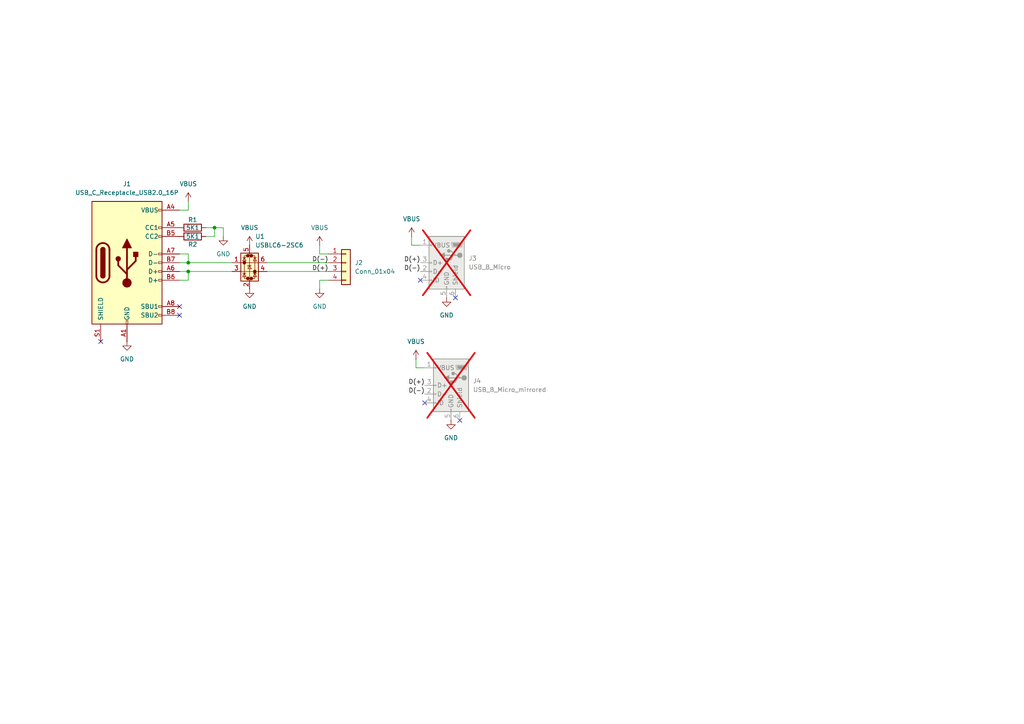
<source format=kicad_sch>
(kicad_sch (version 20250114) (generator "eeschema") (generator_version "9.0")
  (paper "A4")
  (lib_symbols
    (symbol "Connector:USB_B_Micro" (pin_names (offset 1.016))
      (property "Reference" "J" (at -5.08 11.43 0))
      (property "Value" "USB_B_Micro" (at -5.08 8.89 0))
      (symbol "USB_B_Micro_0_1"
        (rectangle (start -5.08 -7.62) (end 5.08 7.62) (stroke (width 0.254)) (fill (type background)))
        (polyline (pts (xy -4.699 5.842) (xy -4.699 5.588) (xy -4.445 4.826) (xy -4.445 4.572) (xy -1.651 4.572) (xy -1.651 4.826) (xy -1.397 5.588) (xy -1.397 5.842) (xy -4.699 5.842)))
        (polyline (pts (xy -4.318 5.588) (xy -1.778 5.588) (xy -2.032 4.826) (xy -4.064 4.826) (xy -4.318 5.588)) (fill (type outline)))
        (circle (center -3.81 2.159) (radius 0.635) (stroke (width 0.254)) (fill (type outline)))
        (polyline (pts (xy -3.175 2.159) (xy -2.54 2.159) (xy -1.27 3.429) (xy -0.635 3.429)) (stroke (width 0.254)))
        (polyline (pts (xy -2.54 2.159) (xy -1.905 2.159) (xy -1.27 0.889) (xy 0 0.889)) (stroke (width 0.254)))
        (polyline (pts (xy -1.905 2.159) (xy 0.635 2.159)) (stroke (width 0.254)))
        (circle (center -0.635 3.429) (radius 0.381) (stroke (width 0.254)) (fill (type outline)))
        (rectangle (start -0.127 -7.62) (end 0.127 -6.858))
        (rectangle (start 0.254 1.27) (end -0.508 0.508) (stroke (width 0.254)) (fill (type outline)))
        (polyline (pts (xy 0.635 2.794) (xy 0.635 1.524) (xy 1.905 2.159) (xy 0.635 2.794)) (stroke (width 0.254)) (fill (type outline)))
        (rectangle (start 5.08 4.953) (end 4.318 5.207))
        (rectangle (start 5.08 -0.127) (end 4.318 0.127))
        (rectangle (start 5.08 -2.667) (end 4.318 -2.413))
        (rectangle (start 5.08 -5.207) (end 4.318 -4.953))
      )
      (symbol "USB_B_Micro_1_1"
        (pin passive line (at -2.54 -10.16 90) (length 2.54) (name "Shield") (number "6"))
        (pin power_out line (at 0 -10.16 90) (length 2.54) (name "GND") (number "5"))
        (pin power_out line (at 7.62 5.08 180) (length 2.54) (name "VBUS") (number "1"))
        (pin bidirectional line (at 7.62 0 180) (length 2.54) (name "D+") (number "3"))
        (pin bidirectional line (at 7.62 -2.54 180) (length 2.54) (name "D-") (number "2"))
        (pin passive line (at 7.62 -5.08 180) (length 2.54) (name "ID") (number "4"))
      )
    )
    (symbol "Connector:USB_C_Receptacle_USB2.0_16P" (pin_names (offset 1.016))
      (property "Reference" "J" (at 0 22.225 0))
      (property "Value" "USB_C_Receptacle_USB2.0_16P" (at 0 19.685 0))
      (symbol "USB_C_Receptacle_USB2.0_16P_0_0"
        (rectangle (start -0.254 -17.78) (end 0.254 -16.764))
        (rectangle (start 10.16 15.494) (end 9.144 14.986))
        (rectangle (start 10.16 10.414) (end 9.144 9.906))
        (rectangle (start 10.16 7.874) (end 9.144 7.366))
        (rectangle (start 10.16 2.794) (end 9.144 2.286))
        (rectangle (start 10.16 0.254) (end 9.144 -0.254))
        (rectangle (start 10.16 -2.286) (end 9.144 -2.794))
        (rectangle (start 10.16 -4.826) (end 9.144 -5.334))
        (rectangle (start 10.16 -12.446) (end 9.144 -12.954))
        (rectangle (start 10.16 -14.986) (end 9.144 -15.494))
      )
      (symbol "USB_C_Receptacle_USB2.0_16P_0_1"
        (rectangle (start -10.16 17.78) (end 10.16 -17.78) (stroke (width 0.254)) (fill (type background)))
        (polyline (pts (xy -8.89 -3.81) (xy -8.89 3.81)) (stroke (width 0.508)))
        (rectangle (start -7.62 -3.81) (end -6.35 3.81) (stroke (width 0.254)) (fill (type outline)))
        (arc (start -7.62 3.81) (mid -6.985 4.4423) (end -6.35 3.81) (stroke (width 0.254)))
        (arc (start -7.62 3.81) (mid -6.985 4.4423) (end -6.35 3.81) (stroke (width 0.254)) (fill (type outline)))
        (arc (start -8.89 3.81) (mid -6.985 5.7067) (end -5.08 3.81) (stroke (width 0.508)))
        (arc (start -5.08 -3.81) (mid -6.985 -5.7067) (end -8.89 -3.81) (stroke (width 0.508)))
        (arc (start -6.35 -3.81) (mid -6.985 -4.4423) (end -7.62 -3.81) (stroke (width 0.254)))
        (arc (start -6.35 -3.81) (mid -6.985 -4.4423) (end -7.62 -3.81) (stroke (width 0.254)) (fill (type outline)))
        (polyline (pts (xy -5.08 3.81) (xy -5.08 -3.81)) (stroke (width 0.508)))
        (circle (center -2.54 1.143) (radius 0.635) (stroke (width 0.254)) (fill (type outline)))
        (polyline (pts (xy -1.27 4.318) (xy 0 6.858) (xy 1.27 4.318) (xy -1.27 4.318)) (stroke (width 0.254)) (fill (type outline)))
        (polyline (pts (xy 0 -2.032) (xy 2.54 0.508) (xy 2.54 1.778)) (stroke (width 0.508)))
        (polyline (pts (xy 0 -3.302) (xy -2.54 -0.762) (xy -2.54 0.508)) (stroke (width 0.508)))
        (polyline (pts (xy 0 -5.842) (xy 0 4.318)) (stroke (width 0.508)))
        (circle (center 0 -5.842) (radius 1.27) (fill (type outline)))
        (rectangle (start 1.905 1.778) (end 3.175 3.048) (stroke (width 0.254)) (fill (type outline)))
      )
      (symbol "USB_C_Receptacle_USB2.0_16P_1_1"
        (pin passive line (at -7.62 -22.86 90) (length 5.08) (name "SHIELD") (number "S1"))
        (pin passive line (at 0 -22.86 90) (length 5.08) (name "GND") (number "A1"))
        (pin passive line (at 0 -22.86 90) (length 5.08) (hide yes) (name "GND") (number "A12"))
        (pin passive line (at 0 -22.86 90) (length 5.08) (hide yes) (name "GND") (number "B1"))
        (pin passive line (at 0 -22.86 90) (length 5.08) (hide yes) (name "GND") (number "B12"))
        (pin passive line (at 15.24 15.24 180) (length 5.08) (name "VBUS") (number "A4"))
        (pin passive line (at 15.24 15.24 180) (length 5.08) (hide yes) (name "VBUS") (number "A9"))
        (pin passive line (at 15.24 15.24 180) (length 5.08) (hide yes) (name "VBUS") (number "B4"))
        (pin passive line (at 15.24 15.24 180) (length 5.08) (hide yes) (name "VBUS") (number "B9"))
        (pin bidirectional line (at 15.24 10.16 180) (length 5.08) (name "CC1") (number "A5"))
        (pin bidirectional line (at 15.24 7.62 180) (length 5.08) (name "CC2") (number "B5"))
        (pin bidirectional line (at 15.24 2.54 180) (length 5.08) (name "D-") (number "A7"))
        (pin bidirectional line (at 15.24 0 180) (length 5.08) (name "D-") (number "B7"))
        (pin bidirectional line (at 15.24 -2.54 180) (length 5.08) (name "D+") (number "A6"))
        (pin bidirectional line (at 15.24 -5.08 180) (length 5.08) (name "D+") (number "B6"))
        (pin bidirectional line (at 15.24 -12.7 180) (length 5.08) (name "SBU1") (number "A8"))
        (pin bidirectional line (at 15.24 -15.24 180) (length 5.08) (name "SBU2") (number "B8"))
      )
    )
    (symbol "Connector_Generic:Conn_01x04" (pin_names (offset 1.016) (hide yes))
      (property "Reference" "J" (at 0 5.08 0))
      (property "Value" "Conn_01x04" (at 0 -7.62 0))
      (symbol "Conn_01x04_1_1"
        (rectangle (start -1.27 3.81) (end 1.27 -6.35) (stroke (width 0.254)) (fill (type background)))
        (rectangle (start -1.27 2.667) (end 0 2.413) (stroke (width 0.1524)))
        (rectangle (start -1.27 0.127) (end 0 -0.127) (stroke (width 0.1524)))
        (rectangle (start -1.27 -2.413) (end 0 -2.667) (stroke (width 0.1524)))
        (rectangle (start -1.27 -4.953) (end 0 -5.207) (stroke (width 0.1524)))
        (pin passive line (at -5.08 2.54 0) (length 3.81) (name "Pin_1") (number "1"))
        (pin passive line (at -5.08 0 0) (length 3.81) (name "Pin_2") (number "2"))
        (pin passive line (at -5.08 -2.54 0) (length 3.81) (name "Pin_3") (number "3"))
        (pin passive line (at -5.08 -5.08 0) (length 3.81) (name "Pin_4") (number "4"))
      )
    )
    (symbol "Device:R" (pin_numbers (hide yes)) (pin_names (offset 0))
      (property "Reference" "R" (at 2.032 0 90))
      (property "Value" "R" (at 0 0 90))
      (symbol "R_0_1"
        (rectangle (start -1.016 -2.54) (end 1.016 2.54) (stroke (width 0.254)))
      )
      (symbol "R_1_1"
        (pin passive line (at 0 3.81 270) (length 1.27) (name "~") (number "1"))
        (pin passive line (at 0 -3.81 90) (length 1.27) (name "~") (number "2"))
      )
    )
    (symbol "Power_Protection:USBLC6-2SC6" (pin_names (hide yes))
      (property "Reference" "U" (at 0.635 5.715 0))
      (property "Value" "USBLC6-2SC6" (at 0.635 3.81 0))
      (symbol "USBLC6-2SC6_0_0"
        (circle (center -1.524 0) (radius 0.0001) (stroke (width 0.508)))
        (circle (center -0.508 2.032) (radius 0.0001) (stroke (width 0.508)))
        (circle (center -0.508 -4.572) (radius 0.0001) (stroke (width 0.508)))
        (circle (center 0.508 2.032) (radius 0.0001) (stroke (width 0.508)))
        (circle (center 0.508 -4.572) (radius 0.0001) (stroke (width 0.508)))
        (circle (center 1.524 -2.54) (radius 0.0001) (stroke (width 0.508)))
      )
      (symbol "USBLC6-2SC6_0_1"
        (polyline (pts (xy -2.54 0) (xy 2.54 0)))
        (polyline (pts (xy -2.54 -2.54) (xy 2.54 -2.54)))
        (polyline (pts (xy -2.032 0.508) (xy -1.016 0.508) (xy -1.524 1.524) (xy -2.032 0.508)))
        (polyline (pts (xy -2.032 -3.048) (xy -1.016 -3.048)))
        (polyline (pts (xy -1.016 1.524) (xy -2.032 1.524)))
        (polyline (pts (xy -1.016 -4.064) (xy -2.032 -4.064) (xy -1.524 -3.048) (xy -1.016 -4.064)))
        (polyline (pts (xy -0.508 -1.143) (xy -0.508 -0.762) (xy 0.508 -0.762)))
        (polyline (pts (xy 0 2.54) (xy -0.508 2.032) (xy 0.508 2.032) (xy 0 1.524) (xy 0 -4.064) (xy -0.508 -4.572) (xy 0.508 -4.572) (xy 0 -5.08)))
        (polyline (pts (xy 0.508 -1.778) (xy -0.508 -1.778) (xy 0 -0.762) (xy 0.508 -1.778)))
        (polyline (pts (xy 1.016 1.524) (xy 2.032 1.524)))
        (polyline (pts (xy 1.016 -3.048) (xy 2.032 -3.048)))
        (polyline (pts (xy 2.032 0.508) (xy 1.016 0.508) (xy 1.524 1.524) (xy 2.032 0.508)))
        (polyline (pts (xy 2.032 -4.064) (xy 1.016 -4.064) (xy 1.524 -3.048) (xy 2.032 -4.064)))
      )
      (symbol "USBLC6-2SC6_1_1"
        (rectangle (start -2.54 2.794) (end 2.54 -5.334) (stroke (width 0.254)) (fill (type background)))
        (polyline (pts (xy -0.508 2.032) (xy -1.524 2.032) (xy -1.524 -4.572) (xy -0.508 -4.572)))
        (polyline (pts (xy 0.508 -4.572) (xy 1.524 -4.572) (xy 1.524 2.032) (xy 0.508 2.032)))
        (pin passive line (at -5.08 0 0) (length 2.54) (name "I/O1") (number "1"))
        (pin passive line (at -5.08 -2.54 0) (length 2.54) (name "I/O2") (number "3"))
        (pin passive line (at 0 5.08 270) (length 2.54) (name "VBUS") (number "5"))
        (pin passive line (at 0 -7.62 90) (length 2.54) (name "GND") (number "2"))
        (pin passive line (at 5.08 0 180) (length 2.54) (name "I/O1") (number "6"))
        (pin passive line (at 5.08 -2.54 180) (length 2.54) (name "I/O2") (number "4"))
      )
    )
    (symbol "power:GND" (power) (pin_numbers (hide yes)) (pin_names (offset 0) (hide yes))
      (property "Value" "GND" (at 0 -3.81 0))
      (symbol "GND_0_1"
        (polyline (pts (xy 0 0) (xy 0 -1.27) (xy 1.27 -1.27) (xy 0 -2.54) (xy -1.27 -1.27) (xy 0 -1.27)))
      )
      (symbol "GND_1_1"
        (pin power_in line (at 0 0 270) (length 0) (name "~") (number "1"))
      )
    )
    (symbol "power:VBUS" (power) (pin_numbers (hide yes)) (pin_names (offset 0) (hide yes))
      (property "Value" "VBUS" (at 0 3.556 0))
      (symbol "VBUS_0_1"
        (polyline (pts (xy -0.762 1.27) (xy 0 2.54)))
        (polyline (pts (xy 0 2.54) (xy 0.762 1.27)))
        (polyline (pts (xy 0 0) (xy 0 2.54)))
      )
      (symbol "VBUS_1_1"
        (pin power_in line (at 0 0 90) (length 0) (name "~") (number "1"))
      )
    )
  )
  (junction (at 54.61 76.2))
  (junction (at 54.61 78.74))
  (junction (at 62.23 66.04))
  (no_connect (at 29.21 99.06))
  (no_connect (at 121.92 81.28))
  (no_connect (at 52.07 91.44))
  (no_connect (at 123.19 116.84))
  (no_connect (at 133.35 121.92))
  (no_connect (at 52.07 88.9))
  (no_connect (at 132.08 86.36))
  (wire (pts (xy 92.71 73.66) (xy 92.71 71.12)))
  (wire (pts (xy 54.61 78.74) (xy 67.31 78.74)))
  (wire (pts (xy 95.25 81.28) (xy 92.71 81.28)))
  (wire (pts (xy 120.65 106.68) (xy 120.65 104.14)))
  (wire (pts (xy 52.07 60.96) (xy 54.61 60.96)))
  (wire (pts (xy 54.61 76.2) (xy 67.31 76.2)))
  (wire (pts (xy 64.77 66.04) (xy 62.23 66.04)))
  (wire (pts (xy 123.19 106.68) (xy 120.65 106.68)))
  (wire (pts (xy 119.38 71.12) (xy 119.38 68.58)))
  (wire (pts (xy 52.07 76.2) (xy 54.61 76.2)))
  (wire (pts (xy 62.23 66.04) (xy 62.23 68.58)))
  (wire (pts (xy 64.77 68.58) (xy 64.77 66.04)))
  (wire (pts (xy 52.07 73.66) (xy 54.61 73.66)))
  (wire (pts (xy 59.69 66.04) (xy 62.23 66.04)))
  (wire (pts (xy 52.07 81.28) (xy 54.61 81.28)))
  (wire (pts (xy 77.47 76.2) (xy 95.25 76.2)))
  (wire (pts (xy 52.07 78.74) (xy 54.61 78.74)))
  (wire (pts (xy 54.61 78.74) (xy 54.61 81.28)))
  (wire (pts (xy 92.71 81.28) (xy 92.71 83.82)))
  (wire (pts (xy 77.47 78.74) (xy 95.25 78.74)))
  (wire (pts (xy 62.23 68.58) (xy 59.69 68.58)))
  (wire (pts (xy 54.61 60.96) (xy 54.61 58.42)))
  (wire (pts (xy 54.61 73.66) (xy 54.61 76.2)))
  (wire (pts (xy 121.92 71.12) (xy 119.38 71.12)))
  (wire (pts (xy 92.71 73.66) (xy 95.25 73.66)))
  (label "D(+)" (at 95.25 78.74 180))
  (label "D(-)" (at 121.92 78.74 180))
  (label "D(-)" (at 95.25 76.2 180))
  (label "D(+)" (at 123.19 111.76 180))
  (label "D(+)" (at 121.92 76.2 180))
  (label "D(-)" (at 123.19 114.3 180))
  (symbol (lib_id "power:VBUS") (at 120.65 104.14 0) (unit 1)
    (property "Reference" "#PWR011" (effects (hide yes)))
    (property "Value" "VBUS" (at 120.65 99.06 0))
    (property "Description" "Power symbol creates a global label with name \"VBUS\"" (effects (hide yes)))
  )
  (symbol (lib_id "power:GND") (at 92.71 83.82 0) (unit 1)
    (property "Reference" "#PWR07" (effects (hide yes)))
    (property "Value" "GND" (at 92.71 88.9 0))
    (property "Description" "Power symbol creates a global label with name \"GND\" , ground" (effects (hide yes)))
  )
  (symbol (lib_id "Device:R") (at 55.88 66.04 90) (unit 1)
    (property "Reference" "R1" (at 55.88 63.754 90))
    (property "Value" "5K1" (at 55.88 66.04 90))
    (property "Footprint" "Resistor_SMD:R_0805_2012Metric" (effects (hide yes)))
    (property "Description" "Resistor" (effects (hide yes)))
  )
  (symbol (lib_id "Connector_Generic:Conn_01x04") (at 100.33 76.2 0) (unit 1)
    (property "Reference" "J2" (at 102.87 76.1999 0) (effects (justify left)))
    (property "Value" "Conn_01x04" (at 102.87 78.7399 0) (effects (justify left)))
    (property "Footprint" "Connector_PinHeader_2.54mm:PinHeader_1x04_P2.54mm_Vertical" (effects (hide yes)))
    (property "Description" "Generic connector, single row, 01x04, script generated (kicad-library-utils/schlib/autogen/connector/)" (effects (hide yes)))
  )
  (symbol (lib_id "power:VBUS") (at 72.39 71.12 0) (unit 1)
    (property "Reference" "#PWR010" (effects (hide yes)))
    (property "Value" "VBUS" (at 72.39 66.04 0))
    (property "Description" "Power symbol creates a global label with name \"VBUS\"" (effects (hide yes)))
  )
  (symbol (lib_id "power:GND") (at 64.77 68.58 0) (unit 1)
    (property "Reference" "#PWR02" (effects (hide yes)))
    (property "Value" "GND" (at 64.77 73.66 0))
    (property "Description" "Power symbol creates a global label with name \"GND\" , ground" (effects (hide yes)))
  )
  (symbol (lib_id "power:GND") (at 36.83 99.06 0) (unit 1)
    (property "Reference" "#PWR01" (effects (hide yes)))
    (property "Value" "GND" (at 36.83 104.14 0))
    (property "Description" "Power symbol creates a global label with name \"GND\" , ground" (effects (hide yes)))
  )
  (symbol (lib_id "power:GND") (at 129.54 86.36 0) (unit 1)
    (property "Reference" "#PWR09" (effects (hide yes)))
    (property "Value" "GND" (at 129.54 91.44 0))
    (property "Description" "Power symbol creates a global label with name \"GND\" , ground" (effects (hide yes)))
  )
  (symbol (lib_id "power:VBUS") (at 119.38 68.58 0) (unit 1)
    (property "Reference" "#PWR08" (effects (hide yes)))
    (property "Value" "VBUS" (at 119.38 63.5 0))
    (property "Description" "Power symbol creates a global label with name \"VBUS\"" (effects (hide yes)))
  )
  (symbol (lib_id "Connector:USB_B_Micro") (at 130.81 111.76 0) (mirror y) (unit 1) (dnp yes)
    (property "Reference" "J4" (at 137.16 110.4899 0) (effects (justify right)))
    (property "Value" "USB_B_Micro_mirrored" (at 137.16 113.0299 0) (effects (justify right)))
    (property "Footprint" "Connector_USB:USB_Micro-B_Technik_TWP-4002D-H3" (effects (hide yes)))
    (property "Description" "USB Micro Type B connector" (effects (hide yes)))
  )
  (symbol (lib_id "power:GND") (at 130.81 121.92 0) (unit 1)
    (property "Reference" "#PWR012" (effects (hide yes)))
    (property "Value" "GND" (at 130.81 127 0))
    (property "Description" "Power symbol creates a global label with name \"GND\" , ground" (effects (hide yes)))
  )
  (symbol (lib_id "power:VBUS") (at 92.71 71.12 0) (unit 1)
    (property "Reference" "#PWR06" (effects (hide yes)))
    (property "Value" "VBUS" (at 92.71 66.04 0))
    (property "Description" "Power symbol creates a global label with name \"VBUS\"" (effects (hide yes)))
  )
  (symbol (lib_id "power:GND") (at 72.39 83.82 0) (unit 1)
    (property "Reference" "#PWR04" (effects (hide yes)))
    (property "Value" "GND" (at 72.39 88.9 0))
    (property "Description" "Power symbol creates a global label with name \"GND\" , ground" (effects (hide yes)))
  )
  (symbol (lib_id "Connector:USB_B_Micro") (at 129.54 76.2 0) (mirror y) (unit 1) (dnp yes)
    (property "Reference" "J3" (at 135.89 74.9299 0) (effects (justify right)))
    (property "Value" "USB_B_Micro" (at 135.89 77.4699 0) (effects (justify right)))
    (property "Footprint" "Connector_USB:USB_Micro-B_Technik_TWP-4002D-H3" (effects (hide yes)))
    (property "Description" "USB Micro Type B connector" (effects (hide yes)))
  )
  (symbol (lib_id "Power_Protection:USBLC6-2SC6") (at 72.39 76.2 0) (unit 1)
    (property "Reference" "U1" (at 74.0411 68.58 0) (effects (justify left)))
    (property "Value" "USBLC6-2SC6" (at 74.0411 71.12 0) (effects (justify left)))
    (property "Footprint" "Package_TO_SOT_SMD:SOT-23-6" (effects (hide yes)))
    (property "Datasheet" "https://www.st.com/resource/en/datasheet/usblc6-2.pdf" (effects (hide yes)))
    (property "Description" "Very low capacitance ESD protection diode, 2 data-line, SOT-23-6" (effects (hide yes)))
  )
  (symbol (lib_id "power:VBUS") (at 54.61 58.42 0) (unit 1)
    (property "Reference" "#PWR03" (effects (hide yes)))
    (property "Value" "VBUS" (at 54.61 53.34 0))
    (property "Description" "Power symbol creates a global label with name \"VBUS\"" (effects (hide yes)))
  )
  (symbol (lib_id "Connector:USB_C_Receptacle_USB2.0_16P") (at 36.83 76.2 0) (unit 1)
    (property "Reference" "J1" (at 36.83 53.34 0))
    (property "Value" "USB_C_Receptacle_USB2.0_16P" (at 36.83 55.88 0))
    (property "Footprint" "Connector_USB:USB_C_Receptacle_GCT_USB4105-xx-A_16P_TopMnt_Horizontal" (effects (hide yes)))
    (property "Datasheet" "https://www.usb.org/sites/default/files/documents/usb_type-c.zip" (effects (hide yes)))
    (property "Description" "USB 2.0-only 16P Type-C Receptacle connector" (effects (hide yes)))
  )
  (symbol (lib_id "Device:R") (at 55.88 68.58 270) (unit 1)
    (property "Reference" "R2" (at 55.88 70.866 90))
    (property "Value" "5K1" (at 55.88 68.58 90))
    (property "Footprint" "Resistor_SMD:R_0805_2012Metric" (effects (hide yes)))
    (property "Description" "Resistor" (effects (hide yes)))
  )
)
</source>
